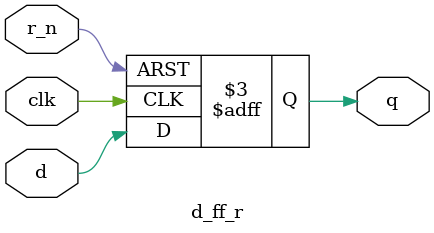
<source format=v>
module d_ff_r(
	input clk,r_n,d,
	output reg q
	);
	always@(posedge clk or negedge r_n)
	begin
		if(r_n == 0 )
			q <= 1'b0;
		else
			q <= d;
	end
endmodule
</source>
